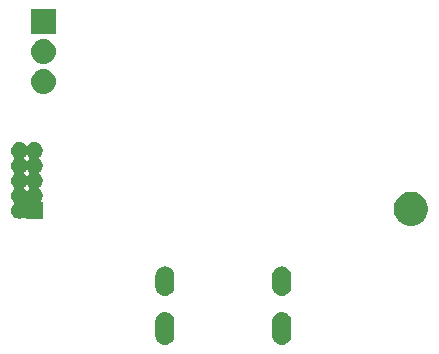
<source format=gbs>
G04 #@! TF.GenerationSoftware,KiCad,Pcbnew,(5.1.0)-1*
G04 #@! TF.CreationDate,2019-04-02T16:52:53+02:00*
G04 #@! TF.ProjectId,FrogINT_PCBProto_V1811062154,46726f67-494e-4545-9f50-434250726f74,rev?*
G04 #@! TF.SameCoordinates,Original*
G04 #@! TF.FileFunction,Soldermask,Bot*
G04 #@! TF.FilePolarity,Negative*
%FSLAX46Y46*%
G04 Gerber Fmt 4.6, Leading zero omitted, Abs format (unit mm)*
G04 Created by KiCad (PCBNEW (5.1.0)-1) date 2019-04-02 16:52:53*
%MOMM*%
%LPD*%
G04 APERTURE LIST*
%ADD10C,0.100000*%
G04 APERTURE END LIST*
D10*
G36*
X153606826Y-127061576D02*
G01*
X153757627Y-127107321D01*
X153757629Y-127107322D01*
X153896604Y-127181606D01*
X153896606Y-127181607D01*
X153896605Y-127181607D01*
X154018422Y-127281578D01*
X154100466Y-127381550D01*
X154118394Y-127403395D01*
X154192678Y-127542370D01*
X154192679Y-127542372D01*
X154238424Y-127693173D01*
X154250000Y-127810707D01*
X154250000Y-129089293D01*
X154238424Y-129206827D01*
X154192679Y-129357628D01*
X154192678Y-129357630D01*
X154118394Y-129496605D01*
X154018422Y-129618422D01*
X153896605Y-129718394D01*
X153757630Y-129792678D01*
X153757628Y-129792679D01*
X153606827Y-129838424D01*
X153450000Y-129853870D01*
X153293174Y-129838424D01*
X153142373Y-129792679D01*
X153142371Y-129792678D01*
X153003396Y-129718394D01*
X152881579Y-129618422D01*
X152781607Y-129496605D01*
X152707323Y-129357630D01*
X152707322Y-129357628D01*
X152661577Y-129206827D01*
X152650001Y-129089293D01*
X152650000Y-127810708D01*
X152661576Y-127693174D01*
X152707321Y-127542373D01*
X152781607Y-127403395D01*
X152881578Y-127281578D01*
X153003394Y-127181607D01*
X153003393Y-127181607D01*
X153003395Y-127181606D01*
X153142370Y-127107322D01*
X153142372Y-127107321D01*
X153293173Y-127061576D01*
X153450000Y-127046130D01*
X153606826Y-127061576D01*
X153606826Y-127061576D01*
G37*
G36*
X143706826Y-127061576D02*
G01*
X143857627Y-127107321D01*
X143857629Y-127107322D01*
X143996604Y-127181606D01*
X143996606Y-127181607D01*
X143996605Y-127181607D01*
X144118422Y-127281578D01*
X144200466Y-127381550D01*
X144218394Y-127403395D01*
X144292678Y-127542370D01*
X144292679Y-127542372D01*
X144338424Y-127693173D01*
X144350000Y-127810707D01*
X144350000Y-129089293D01*
X144338424Y-129206827D01*
X144292679Y-129357628D01*
X144292678Y-129357630D01*
X144218394Y-129496605D01*
X144118422Y-129618422D01*
X143996605Y-129718394D01*
X143857630Y-129792678D01*
X143857628Y-129792679D01*
X143706827Y-129838424D01*
X143550000Y-129853870D01*
X143393174Y-129838424D01*
X143242373Y-129792679D01*
X143242371Y-129792678D01*
X143103396Y-129718394D01*
X142981579Y-129618422D01*
X142881607Y-129496605D01*
X142807323Y-129357630D01*
X142807322Y-129357628D01*
X142761577Y-129206827D01*
X142750001Y-129089293D01*
X142750000Y-127810708D01*
X142761576Y-127693174D01*
X142807321Y-127542373D01*
X142881607Y-127403395D01*
X142981578Y-127281578D01*
X143103394Y-127181607D01*
X143103393Y-127181607D01*
X143103395Y-127181606D01*
X143242370Y-127107322D01*
X143242372Y-127107321D01*
X143393173Y-127061576D01*
X143550000Y-127046130D01*
X143706826Y-127061576D01*
X143706826Y-127061576D01*
G37*
G36*
X143706826Y-123211576D02*
G01*
X143857627Y-123257321D01*
X143857629Y-123257322D01*
X143996604Y-123331606D01*
X143996606Y-123331607D01*
X143996605Y-123331607D01*
X144118422Y-123431578D01*
X144200466Y-123531550D01*
X144218394Y-123553395D01*
X144292678Y-123692370D01*
X144292679Y-123692372D01*
X144338424Y-123843173D01*
X144350000Y-123960707D01*
X144350000Y-124939293D01*
X144338424Y-125056827D01*
X144292679Y-125207628D01*
X144292678Y-125207630D01*
X144218394Y-125346605D01*
X144118422Y-125468422D01*
X143996605Y-125568394D01*
X143857630Y-125642678D01*
X143857628Y-125642679D01*
X143706827Y-125688424D01*
X143550000Y-125703870D01*
X143393174Y-125688424D01*
X143242373Y-125642679D01*
X143242371Y-125642678D01*
X143103396Y-125568394D01*
X142981579Y-125468422D01*
X142881607Y-125346605D01*
X142807323Y-125207630D01*
X142807322Y-125207628D01*
X142761577Y-125056827D01*
X142750000Y-124939293D01*
X142750000Y-123960708D01*
X142761576Y-123843174D01*
X142807321Y-123692373D01*
X142881607Y-123553395D01*
X142981578Y-123431578D01*
X143103394Y-123331607D01*
X143103393Y-123331607D01*
X143103395Y-123331606D01*
X143242370Y-123257322D01*
X143242372Y-123257321D01*
X143393173Y-123211576D01*
X143550000Y-123196130D01*
X143706826Y-123211576D01*
X143706826Y-123211576D01*
G37*
G36*
X153606826Y-123211576D02*
G01*
X153757627Y-123257321D01*
X153757629Y-123257322D01*
X153896604Y-123331606D01*
X153896606Y-123331607D01*
X153896605Y-123331607D01*
X154018422Y-123431578D01*
X154100466Y-123531550D01*
X154118394Y-123553395D01*
X154192678Y-123692370D01*
X154192679Y-123692372D01*
X154238424Y-123843173D01*
X154250000Y-123960707D01*
X154250000Y-124939293D01*
X154238424Y-125056827D01*
X154192679Y-125207628D01*
X154192678Y-125207630D01*
X154118394Y-125346605D01*
X154018422Y-125468422D01*
X153896605Y-125568394D01*
X153757630Y-125642678D01*
X153757628Y-125642679D01*
X153606827Y-125688424D01*
X153450000Y-125703870D01*
X153293174Y-125688424D01*
X153142373Y-125642679D01*
X153142371Y-125642678D01*
X153003396Y-125568394D01*
X152881579Y-125468422D01*
X152781607Y-125346605D01*
X152707323Y-125207630D01*
X152707322Y-125207628D01*
X152661577Y-125056827D01*
X152650000Y-124939293D01*
X152650000Y-123960708D01*
X152661576Y-123843174D01*
X152707321Y-123692373D01*
X152781607Y-123553395D01*
X152881578Y-123431578D01*
X153003394Y-123331607D01*
X153003393Y-123331607D01*
X153003395Y-123331606D01*
X153142370Y-123257322D01*
X153142372Y-123257321D01*
X153293173Y-123211576D01*
X153450000Y-123196130D01*
X153606826Y-123211576D01*
X153606826Y-123211576D01*
G37*
G36*
X164797948Y-116940722D02*
G01*
X165061831Y-117050026D01*
X165061833Y-117050027D01*
X165299321Y-117208711D01*
X165501289Y-117410679D01*
X165620549Y-117589165D01*
X165659974Y-117648169D01*
X165769278Y-117912052D01*
X165825000Y-118192186D01*
X165825000Y-118477814D01*
X165769278Y-118757948D01*
X165659974Y-119021831D01*
X165659973Y-119021833D01*
X165501289Y-119259321D01*
X165299321Y-119461289D01*
X165061833Y-119619973D01*
X165061832Y-119619974D01*
X165061831Y-119619974D01*
X164797948Y-119729278D01*
X164517814Y-119785000D01*
X164232186Y-119785000D01*
X163952052Y-119729278D01*
X163688169Y-119619974D01*
X163688168Y-119619974D01*
X163688167Y-119619973D01*
X163450679Y-119461289D01*
X163248711Y-119259321D01*
X163090027Y-119021833D01*
X163090026Y-119021831D01*
X162980722Y-118757948D01*
X162925000Y-118477814D01*
X162925000Y-118192186D01*
X162980722Y-117912052D01*
X163090026Y-117648169D01*
X163129451Y-117589165D01*
X163248711Y-117410679D01*
X163450679Y-117208711D01*
X163688167Y-117050027D01*
X163688169Y-117050026D01*
X163952052Y-116940722D01*
X164232186Y-116885000D01*
X164517814Y-116885000D01*
X164797948Y-116940722D01*
X164797948Y-116940722D01*
G37*
G36*
X131432182Y-112708900D02*
G01*
X131559573Y-112761667D01*
X131559574Y-112761668D01*
X131674224Y-112838274D01*
X131771726Y-112935776D01*
X131771727Y-112935778D01*
X131774612Y-112938663D01*
X131793554Y-112954208D01*
X131815165Y-112965759D01*
X131838614Y-112972872D01*
X131863000Y-112975274D01*
X131887386Y-112972872D01*
X131910835Y-112965759D01*
X131932446Y-112954208D01*
X131951388Y-112938663D01*
X131954273Y-112935778D01*
X131954274Y-112935776D01*
X132051776Y-112838274D01*
X132166426Y-112761668D01*
X132166427Y-112761667D01*
X132293818Y-112708900D01*
X132429055Y-112682000D01*
X132566945Y-112682000D01*
X132702182Y-112708900D01*
X132829573Y-112761667D01*
X132829574Y-112761668D01*
X132944224Y-112838274D01*
X133041726Y-112935776D01*
X133068117Y-112975274D01*
X133118333Y-113050427D01*
X133171100Y-113177818D01*
X133198000Y-113313055D01*
X133198000Y-113450945D01*
X133171100Y-113586182D01*
X133118333Y-113713573D01*
X133118332Y-113713574D01*
X133041726Y-113828224D01*
X132944224Y-113925726D01*
X132944221Y-113925728D01*
X132941337Y-113928612D01*
X132925792Y-113947554D01*
X132914241Y-113969165D01*
X132907128Y-113992614D01*
X132904726Y-114017000D01*
X132907128Y-114041386D01*
X132914241Y-114064835D01*
X132925792Y-114086446D01*
X132941337Y-114105388D01*
X132944221Y-114108272D01*
X132944224Y-114108274D01*
X133041726Y-114205776D01*
X133068117Y-114245274D01*
X133118333Y-114320427D01*
X133171100Y-114447818D01*
X133198000Y-114583055D01*
X133198000Y-114720945D01*
X133171100Y-114856182D01*
X133118333Y-114983573D01*
X133118332Y-114983574D01*
X133041726Y-115098224D01*
X132944224Y-115195726D01*
X132944221Y-115195728D01*
X132941337Y-115198612D01*
X132925792Y-115217554D01*
X132914241Y-115239165D01*
X132907128Y-115262614D01*
X132904726Y-115287000D01*
X132907128Y-115311386D01*
X132914241Y-115334835D01*
X132925792Y-115356446D01*
X132941337Y-115375388D01*
X132944221Y-115378272D01*
X132944224Y-115378274D01*
X133041726Y-115475776D01*
X133068117Y-115515274D01*
X133118333Y-115590427D01*
X133171100Y-115717818D01*
X133198000Y-115853055D01*
X133198000Y-115990945D01*
X133171100Y-116126182D01*
X133118333Y-116253573D01*
X133118332Y-116253574D01*
X133041726Y-116368224D01*
X132944224Y-116465726D01*
X132944221Y-116465728D01*
X132941337Y-116468612D01*
X132925792Y-116487554D01*
X132914241Y-116509165D01*
X132907128Y-116532614D01*
X132904726Y-116557000D01*
X132907128Y-116581386D01*
X132914241Y-116604835D01*
X132925792Y-116626446D01*
X132941337Y-116645388D01*
X132944221Y-116648272D01*
X132944224Y-116648274D01*
X133041726Y-116745776D01*
X133068117Y-116785274D01*
X133118333Y-116860427D01*
X133171100Y-116987818D01*
X133198000Y-117123055D01*
X133198000Y-117260945D01*
X133171100Y-117396182D01*
X133118333Y-117523573D01*
X133088945Y-117567555D01*
X133077394Y-117589165D01*
X133070281Y-117612614D01*
X133067879Y-117637000D01*
X133070281Y-117661387D01*
X133077394Y-117684836D01*
X133088945Y-117706446D01*
X133104490Y-117725388D01*
X133123432Y-117740934D01*
X133145042Y-117752485D01*
X133168491Y-117759598D01*
X133192878Y-117762000D01*
X133198000Y-117762000D01*
X133198000Y-119162000D01*
X131798000Y-119162000D01*
X131798000Y-119156878D01*
X131795598Y-119132492D01*
X131788485Y-119109043D01*
X131776934Y-119087432D01*
X131761389Y-119068490D01*
X131742447Y-119052945D01*
X131720836Y-119041394D01*
X131697387Y-119034281D01*
X131673001Y-119031879D01*
X131648615Y-119034281D01*
X131625166Y-119041394D01*
X131603555Y-119052945D01*
X131559573Y-119082333D01*
X131432182Y-119135100D01*
X131296945Y-119162000D01*
X131159055Y-119162000D01*
X131023818Y-119135100D01*
X130896427Y-119082333D01*
X130805879Y-119021831D01*
X130781776Y-119005726D01*
X130684274Y-118908224D01*
X130607668Y-118793574D01*
X130607667Y-118793573D01*
X130554900Y-118666182D01*
X130528000Y-118530945D01*
X130528000Y-118393055D01*
X130554900Y-118257818D01*
X130607667Y-118130427D01*
X130684273Y-118015778D01*
X130684274Y-118015776D01*
X130781776Y-117918274D01*
X130781779Y-117918272D01*
X130784663Y-117915388D01*
X130800208Y-117896446D01*
X130811759Y-117874835D01*
X130818872Y-117851386D01*
X130821274Y-117827000D01*
X130818872Y-117802614D01*
X130811759Y-117779165D01*
X130800208Y-117757554D01*
X130784663Y-117738612D01*
X130781779Y-117735728D01*
X130781776Y-117735726D01*
X130684274Y-117638224D01*
X130607668Y-117523574D01*
X130607667Y-117523573D01*
X130554900Y-117396182D01*
X130528000Y-117260945D01*
X130528000Y-117123055D01*
X130554900Y-116987818D01*
X130607667Y-116860427D01*
X130657883Y-116785274D01*
X130684274Y-116745776D01*
X130781776Y-116648274D01*
X130781779Y-116648272D01*
X130784663Y-116645388D01*
X130800208Y-116626446D01*
X130811759Y-116604835D01*
X130818872Y-116581386D01*
X130821274Y-116557000D01*
X131634726Y-116557000D01*
X131637128Y-116581386D01*
X131644241Y-116604835D01*
X131655792Y-116626446D01*
X131671337Y-116645388D01*
X131674221Y-116648272D01*
X131674224Y-116648274D01*
X131771726Y-116745776D01*
X131771727Y-116745778D01*
X131774612Y-116748663D01*
X131793554Y-116764208D01*
X131815165Y-116775759D01*
X131838614Y-116782872D01*
X131863000Y-116785274D01*
X131887386Y-116782872D01*
X131910835Y-116775759D01*
X131932446Y-116764208D01*
X131951388Y-116748663D01*
X131954273Y-116745778D01*
X131954274Y-116745776D01*
X132051776Y-116648274D01*
X132051779Y-116648272D01*
X132054663Y-116645388D01*
X132070208Y-116626446D01*
X132081759Y-116604835D01*
X132088872Y-116581386D01*
X132091274Y-116557000D01*
X132088872Y-116532614D01*
X132081759Y-116509165D01*
X132070208Y-116487554D01*
X132054663Y-116468612D01*
X132051779Y-116465728D01*
X132051776Y-116465726D01*
X131954274Y-116368224D01*
X131954272Y-116368221D01*
X131951388Y-116365337D01*
X131932446Y-116349792D01*
X131910835Y-116338241D01*
X131887386Y-116331128D01*
X131863000Y-116328726D01*
X131838614Y-116331128D01*
X131815165Y-116338241D01*
X131793554Y-116349792D01*
X131774612Y-116365337D01*
X131771728Y-116368221D01*
X131771726Y-116368224D01*
X131674224Y-116465726D01*
X131674221Y-116465728D01*
X131671337Y-116468612D01*
X131655792Y-116487554D01*
X131644241Y-116509165D01*
X131637128Y-116532614D01*
X131634726Y-116557000D01*
X130821274Y-116557000D01*
X130818872Y-116532614D01*
X130811759Y-116509165D01*
X130800208Y-116487554D01*
X130784663Y-116468612D01*
X130781779Y-116465728D01*
X130781776Y-116465726D01*
X130684274Y-116368224D01*
X130607668Y-116253574D01*
X130607667Y-116253573D01*
X130554900Y-116126182D01*
X130528000Y-115990945D01*
X130528000Y-115853055D01*
X130554900Y-115717818D01*
X130607667Y-115590427D01*
X130657883Y-115515274D01*
X130684274Y-115475776D01*
X130781776Y-115378274D01*
X130781779Y-115378272D01*
X130784663Y-115375388D01*
X130800208Y-115356446D01*
X130811759Y-115334835D01*
X130818872Y-115311386D01*
X130821274Y-115287000D01*
X131634726Y-115287000D01*
X131637128Y-115311386D01*
X131644241Y-115334835D01*
X131655792Y-115356446D01*
X131671337Y-115375388D01*
X131674221Y-115378272D01*
X131674224Y-115378274D01*
X131771726Y-115475776D01*
X131771727Y-115475778D01*
X131774612Y-115478663D01*
X131793554Y-115494208D01*
X131815165Y-115505759D01*
X131838614Y-115512872D01*
X131863000Y-115515274D01*
X131887386Y-115512872D01*
X131910835Y-115505759D01*
X131932446Y-115494208D01*
X131951388Y-115478663D01*
X131954273Y-115475778D01*
X131954274Y-115475776D01*
X132051776Y-115378274D01*
X132051779Y-115378272D01*
X132054663Y-115375388D01*
X132070208Y-115356446D01*
X132081759Y-115334835D01*
X132088872Y-115311386D01*
X132091274Y-115287000D01*
X132088872Y-115262614D01*
X132081759Y-115239165D01*
X132070208Y-115217554D01*
X132054663Y-115198612D01*
X132051779Y-115195728D01*
X132051776Y-115195726D01*
X131954274Y-115098224D01*
X131954272Y-115098221D01*
X131951388Y-115095337D01*
X131932446Y-115079792D01*
X131910835Y-115068241D01*
X131887386Y-115061128D01*
X131863000Y-115058726D01*
X131838614Y-115061128D01*
X131815165Y-115068241D01*
X131793554Y-115079792D01*
X131774612Y-115095337D01*
X131771728Y-115098221D01*
X131771726Y-115098224D01*
X131674224Y-115195726D01*
X131674221Y-115195728D01*
X131671337Y-115198612D01*
X131655792Y-115217554D01*
X131644241Y-115239165D01*
X131637128Y-115262614D01*
X131634726Y-115287000D01*
X130821274Y-115287000D01*
X130818872Y-115262614D01*
X130811759Y-115239165D01*
X130800208Y-115217554D01*
X130784663Y-115198612D01*
X130781779Y-115195728D01*
X130781776Y-115195726D01*
X130684274Y-115098224D01*
X130607668Y-114983574D01*
X130607667Y-114983573D01*
X130554900Y-114856182D01*
X130528000Y-114720945D01*
X130528000Y-114583055D01*
X130554900Y-114447818D01*
X130607667Y-114320427D01*
X130657883Y-114245274D01*
X130684274Y-114205776D01*
X130781776Y-114108274D01*
X130781779Y-114108272D01*
X130784663Y-114105388D01*
X130800208Y-114086446D01*
X130811759Y-114064835D01*
X130818872Y-114041386D01*
X130821274Y-114017000D01*
X131634726Y-114017000D01*
X131637128Y-114041386D01*
X131644241Y-114064835D01*
X131655792Y-114086446D01*
X131671337Y-114105388D01*
X131674221Y-114108272D01*
X131674224Y-114108274D01*
X131771726Y-114205776D01*
X131771727Y-114205778D01*
X131774612Y-114208663D01*
X131793554Y-114224208D01*
X131815165Y-114235759D01*
X131838614Y-114242872D01*
X131863000Y-114245274D01*
X131887386Y-114242872D01*
X131910835Y-114235759D01*
X131932446Y-114224208D01*
X131951388Y-114208663D01*
X131954273Y-114205778D01*
X131954274Y-114205776D01*
X132051776Y-114108274D01*
X132051779Y-114108272D01*
X132054663Y-114105388D01*
X132070208Y-114086446D01*
X132081759Y-114064835D01*
X132088872Y-114041386D01*
X132091274Y-114017000D01*
X132088872Y-113992614D01*
X132081759Y-113969165D01*
X132070208Y-113947554D01*
X132054663Y-113928612D01*
X132051779Y-113925728D01*
X132051776Y-113925726D01*
X131954274Y-113828224D01*
X131954272Y-113828221D01*
X131951388Y-113825337D01*
X131932446Y-113809792D01*
X131910835Y-113798241D01*
X131887386Y-113791128D01*
X131863000Y-113788726D01*
X131838614Y-113791128D01*
X131815165Y-113798241D01*
X131793554Y-113809792D01*
X131774612Y-113825337D01*
X131771728Y-113828221D01*
X131771726Y-113828224D01*
X131674224Y-113925726D01*
X131674221Y-113925728D01*
X131671337Y-113928612D01*
X131655792Y-113947554D01*
X131644241Y-113969165D01*
X131637128Y-113992614D01*
X131634726Y-114017000D01*
X130821274Y-114017000D01*
X130818872Y-113992614D01*
X130811759Y-113969165D01*
X130800208Y-113947554D01*
X130784663Y-113928612D01*
X130781779Y-113925728D01*
X130781776Y-113925726D01*
X130684274Y-113828224D01*
X130607668Y-113713574D01*
X130607667Y-113713573D01*
X130554900Y-113586182D01*
X130528000Y-113450945D01*
X130528000Y-113313055D01*
X130554900Y-113177818D01*
X130607667Y-113050427D01*
X130657883Y-112975274D01*
X130684274Y-112935776D01*
X130781776Y-112838274D01*
X130896426Y-112761668D01*
X130896427Y-112761667D01*
X131023818Y-112708900D01*
X131159055Y-112682000D01*
X131296945Y-112682000D01*
X131432182Y-112708900D01*
X131432182Y-112708900D01*
G37*
G36*
X133388707Y-106497596D02*
G01*
X133465836Y-106505193D01*
X133663762Y-106565233D01*
X133663765Y-106565234D01*
X133846170Y-106662732D01*
X134006055Y-106793945D01*
X134137268Y-106953830D01*
X134234766Y-107136235D01*
X134234767Y-107136238D01*
X134294807Y-107334164D01*
X134315080Y-107540000D01*
X134294807Y-107745836D01*
X134234767Y-107943762D01*
X134234766Y-107943765D01*
X134137268Y-108126170D01*
X134006055Y-108286055D01*
X133846170Y-108417268D01*
X133663765Y-108514766D01*
X133663762Y-108514767D01*
X133465836Y-108574807D01*
X133388707Y-108582404D01*
X133311580Y-108590000D01*
X133208420Y-108590000D01*
X133131293Y-108582404D01*
X133054164Y-108574807D01*
X132856238Y-108514767D01*
X132856235Y-108514766D01*
X132673830Y-108417268D01*
X132513945Y-108286055D01*
X132382732Y-108126170D01*
X132285234Y-107943765D01*
X132285233Y-107943762D01*
X132225193Y-107745836D01*
X132204920Y-107540000D01*
X132225193Y-107334164D01*
X132285233Y-107136238D01*
X132285234Y-107136235D01*
X132382732Y-106953830D01*
X132513945Y-106793945D01*
X132673830Y-106662732D01*
X132856235Y-106565234D01*
X132856238Y-106565233D01*
X133054164Y-106505193D01*
X133131293Y-106497596D01*
X133208420Y-106490000D01*
X133311580Y-106490000D01*
X133388707Y-106497596D01*
X133388707Y-106497596D01*
G37*
G36*
X133388707Y-103957597D02*
G01*
X133465836Y-103965193D01*
X133663762Y-104025233D01*
X133663765Y-104025234D01*
X133846170Y-104122732D01*
X134006055Y-104253945D01*
X134137268Y-104413830D01*
X134234766Y-104596235D01*
X134234767Y-104596238D01*
X134294807Y-104794164D01*
X134315080Y-105000000D01*
X134294807Y-105205836D01*
X134234767Y-105403762D01*
X134234766Y-105403765D01*
X134137268Y-105586170D01*
X134006055Y-105746055D01*
X133846170Y-105877268D01*
X133663765Y-105974766D01*
X133663762Y-105974767D01*
X133465836Y-106034807D01*
X133388707Y-106042404D01*
X133311580Y-106050000D01*
X133208420Y-106050000D01*
X133131293Y-106042404D01*
X133054164Y-106034807D01*
X132856238Y-105974767D01*
X132856235Y-105974766D01*
X132673830Y-105877268D01*
X132513945Y-105746055D01*
X132382732Y-105586170D01*
X132285234Y-105403765D01*
X132285233Y-105403762D01*
X132225193Y-105205836D01*
X132204920Y-105000000D01*
X132225193Y-104794164D01*
X132285233Y-104596238D01*
X132285234Y-104596235D01*
X132382732Y-104413830D01*
X132513945Y-104253945D01*
X132673830Y-104122732D01*
X132856235Y-104025234D01*
X132856238Y-104025233D01*
X133054164Y-103965193D01*
X133131293Y-103957597D01*
X133208420Y-103950000D01*
X133311580Y-103950000D01*
X133388707Y-103957597D01*
X133388707Y-103957597D01*
G37*
G36*
X134310000Y-103510000D02*
G01*
X132210000Y-103510000D01*
X132210000Y-101410000D01*
X134310000Y-101410000D01*
X134310000Y-103510000D01*
X134310000Y-103510000D01*
G37*
M02*

</source>
